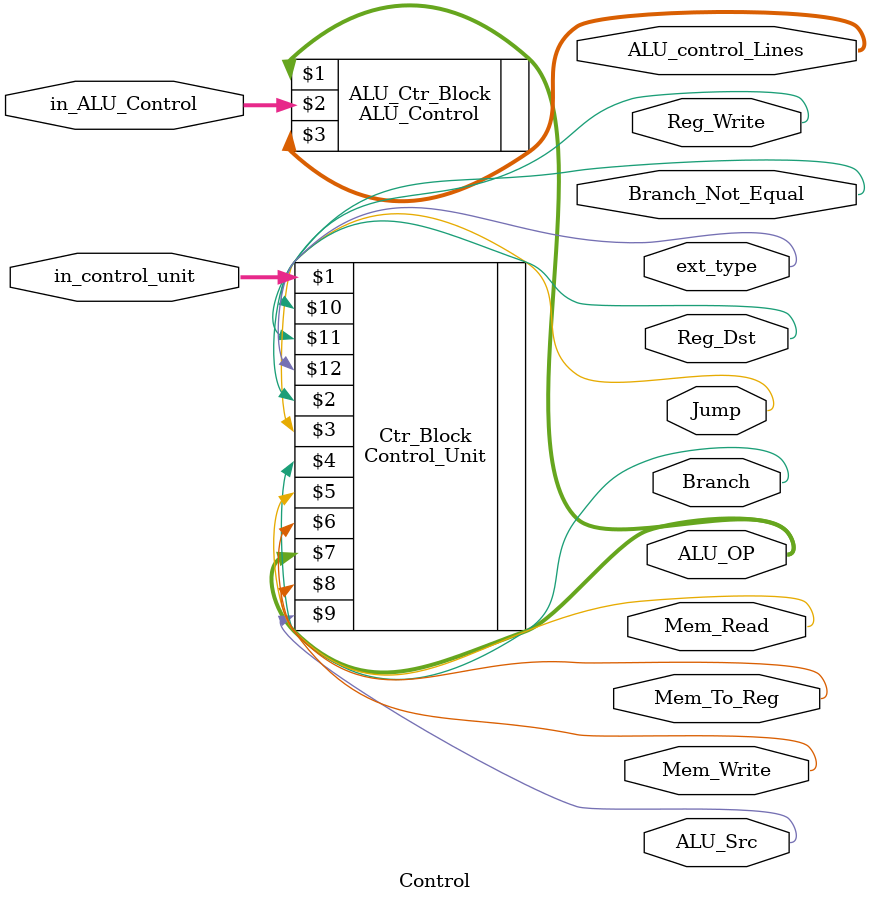
<source format=v>
module Control(in_control_unit,in_ALU_Control,Reg_Dst,Jump,Branch,Mem_Read,Mem_To_Reg,ALU_OP,Mem_Write,ALU_Src,Reg_Write,Branch_Not_Equal,ext_type,ALU_control_Lines);
input [5:0] in_control_unit,in_ALU_Control;
output Reg_Dst,Jump,Branch,Mem_Read,Mem_To_Reg,Mem_Write,ALU_Src,Reg_Write,Branch_Not_Equal,ext_type;
output [2:0] ALU_OP;
output [3:0] ALU_control_Lines;
// instantations
Control_Unit Ctr_Block(in_control_unit,Reg_Dst,Jump,Branch,Mem_Read,Mem_To_Reg,ALU_OP,Mem_Write,ALU_Src,Reg_Write,Branch_Not_Equal,ext_type);
ALU_Control ALU_Ctr_Block(ALU_OP,in_ALU_Control,ALU_control_Lines);

endmodule
</source>
